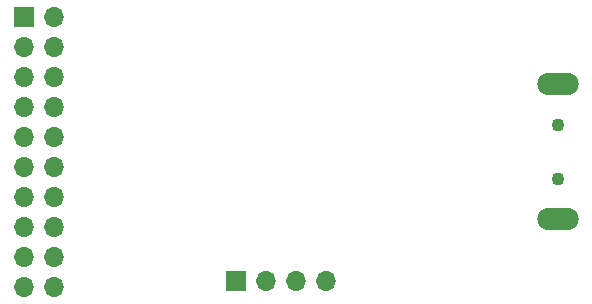
<source format=gbr>
%TF.GenerationSoftware,KiCad,Pcbnew,(5.1.9)-1*%
%TF.CreationDate,2021-09-09T09:31:17+08:00*%
%TF.ProjectId,RP2040,52503230-3430-42e6-9b69-6361645f7063,rev?*%
%TF.SameCoordinates,Original*%
%TF.FileFunction,Soldermask,Bot*%
%TF.FilePolarity,Negative*%
%FSLAX46Y46*%
G04 Gerber Fmt 4.6, Leading zero omitted, Abs format (unit mm)*
G04 Created by KiCad (PCBNEW (5.1.9)-1) date 2021-09-09 09:31:17*
%MOMM*%
%LPD*%
G01*
G04 APERTURE LIST*
%ADD10C,1.100000*%
%ADD11O,3.500000X1.900000*%
%ADD12O,1.700000X1.700000*%
%ADD13R,1.700000X1.700000*%
G04 APERTURE END LIST*
D10*
%TO.C,J1*%
X173440000Y-91200000D03*
X173440000Y-86600000D03*
D11*
X173440000Y-94600000D03*
X173440000Y-83200000D03*
%TD*%
D12*
%TO.C,J3*%
X130810000Y-100330000D03*
X128270000Y-100330000D03*
X130810000Y-97790000D03*
X128270000Y-97790000D03*
X130810000Y-95250000D03*
X128270000Y-95250000D03*
X130810000Y-92710000D03*
X128270000Y-92710000D03*
X130810000Y-90170000D03*
X128270000Y-90170000D03*
X130810000Y-87630000D03*
X128270000Y-87630000D03*
X130810000Y-85090000D03*
X128270000Y-85090000D03*
X130810000Y-82550000D03*
X128270000Y-82550000D03*
X130810000Y-80010000D03*
X128270000Y-80010000D03*
X130810000Y-77470000D03*
D13*
X128270000Y-77470000D03*
%TD*%
D12*
%TO.C,J2*%
X153797000Y-99822000D03*
X151257000Y-99822000D03*
X148717000Y-99822000D03*
D13*
X146177000Y-99822000D03*
%TD*%
M02*

</source>
